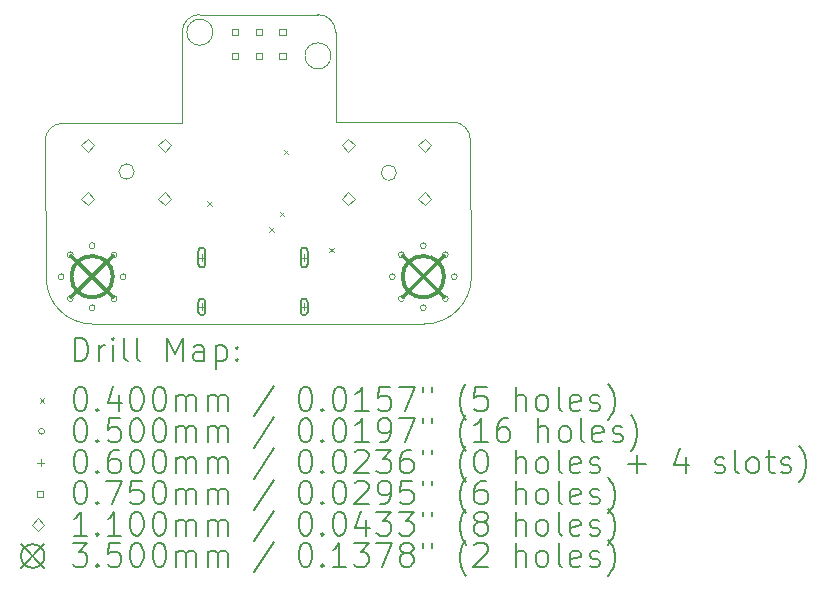
<source format=gbr>
%TF.GenerationSoftware,KiCad,Pcbnew,(6.0.10)*%
%TF.CreationDate,2023-07-05T14:15:24+02:00*%
%TF.ProjectId,USB-Tag,5553422d-5461-4672-9e6b-696361645f70,rev?*%
%TF.SameCoordinates,Original*%
%TF.FileFunction,Drillmap*%
%TF.FilePolarity,Positive*%
%FSLAX45Y45*%
G04 Gerber Fmt 4.5, Leading zero omitted, Abs format (unit mm)*
G04 Created by KiCad (PCBNEW (6.0.10)) date 2023-07-05 14:15:24*
%MOMM*%
%LPD*%
G01*
G04 APERTURE LIST*
%ADD10C,0.100000*%
%ADD11C,0.200000*%
%ADD12C,0.040000*%
%ADD13C,0.050000*%
%ADD14C,0.060000*%
%ADD15C,0.075000*%
%ADD16C,0.110000*%
%ADD17C,0.350000*%
G04 APERTURE END LIST*
D10*
X14970000Y-9170000D02*
X15960000Y-9170000D01*
X16120000Y-10480000D02*
X16110000Y-9320000D01*
X12660000Y-9180000D02*
X13670000Y-9180000D01*
X15485000Y-9600000D02*
G75*
G03*
X15485000Y-9600000I-65000J0D01*
G01*
X13930000Y-8410000D02*
G75*
G03*
X13930000Y-8410000I-110000J0D01*
G01*
X12660000Y-9180000D02*
G75*
G03*
X12510000Y-9330000I0J-150000D01*
G01*
X13820000Y-8260000D02*
X14820000Y-8260000D01*
X14930000Y-8610000D02*
G75*
G03*
X14930000Y-8610000I-110000J0D01*
G01*
X14970000Y-9170000D02*
X14970000Y-8410000D01*
X12520000Y-10490000D02*
G75*
G03*
X12910000Y-10880000I390000J0D01*
G01*
X13670000Y-9180000D02*
X13670000Y-8410000D01*
X13820000Y-8260000D02*
G75*
G03*
X13670000Y-8410000I0J-150000D01*
G01*
X13265000Y-9590000D02*
G75*
G03*
X13265000Y-9590000I-65000J0D01*
G01*
X12910000Y-10880000D02*
X15720000Y-10880000D01*
X12520000Y-10490000D02*
X12510000Y-9330000D01*
X15720000Y-10880000D02*
G75*
G03*
X16120000Y-10480000I0J400000D01*
G01*
X14970000Y-8410000D02*
G75*
G03*
X14820000Y-8260000I-150000J0D01*
G01*
X16110000Y-9320000D02*
G75*
G03*
X15960000Y-9170000I-150000J0D01*
G01*
D11*
D12*
X13880000Y-9840000D02*
X13920000Y-9880000D01*
X13920000Y-9840000D02*
X13880000Y-9880000D01*
X14405050Y-10062246D02*
X14445050Y-10102246D01*
X14445050Y-10062246D02*
X14405050Y-10102246D01*
X14495000Y-9930000D02*
X14535000Y-9970000D01*
X14535000Y-9930000D02*
X14495000Y-9970000D01*
X14530000Y-9405000D02*
X14570000Y-9445000D01*
X14570000Y-9405000D02*
X14530000Y-9445000D01*
X14914755Y-10232705D02*
X14954755Y-10272705D01*
X14954755Y-10232705D02*
X14914755Y-10272705D01*
D13*
X12670780Y-10480000D02*
G75*
G03*
X12670780Y-10480000I-25000J0D01*
G01*
X12747664Y-10294385D02*
G75*
G03*
X12747664Y-10294385I-25000J0D01*
G01*
X12747664Y-10665616D02*
G75*
G03*
X12747664Y-10665616I-25000J0D01*
G01*
X12933280Y-10217500D02*
G75*
G03*
X12933280Y-10217500I-25000J0D01*
G01*
X12933280Y-10742500D02*
G75*
G03*
X12933280Y-10742500I-25000J0D01*
G01*
X13118895Y-10294385D02*
G75*
G03*
X13118895Y-10294385I-25000J0D01*
G01*
X13118895Y-10665616D02*
G75*
G03*
X13118895Y-10665616I-25000J0D01*
G01*
X13195780Y-10480000D02*
G75*
G03*
X13195780Y-10480000I-25000J0D01*
G01*
X15474940Y-10480000D02*
G75*
G03*
X15474940Y-10480000I-25000J0D01*
G01*
X15551824Y-10294385D02*
G75*
G03*
X15551824Y-10294385I-25000J0D01*
G01*
X15551824Y-10665616D02*
G75*
G03*
X15551824Y-10665616I-25000J0D01*
G01*
X15737440Y-10217500D02*
G75*
G03*
X15737440Y-10217500I-25000J0D01*
G01*
X15737440Y-10742500D02*
G75*
G03*
X15737440Y-10742500I-25000J0D01*
G01*
X15923055Y-10294385D02*
G75*
G03*
X15923055Y-10294385I-25000J0D01*
G01*
X15923055Y-10665616D02*
G75*
G03*
X15923055Y-10665616I-25000J0D01*
G01*
X15999940Y-10480000D02*
G75*
G03*
X15999940Y-10480000I-25000J0D01*
G01*
D14*
X13837500Y-10288000D02*
X13837500Y-10348000D01*
X13807500Y-10318000D02*
X13867500Y-10318000D01*
D11*
X13807500Y-10263000D02*
X13807500Y-10373000D01*
X13867500Y-10263000D02*
X13867500Y-10373000D01*
X13807500Y-10373000D02*
G75*
G03*
X13867500Y-10373000I30000J0D01*
G01*
X13867500Y-10263000D02*
G75*
G03*
X13807500Y-10263000I-30000J0D01*
G01*
D14*
X13837500Y-10705000D02*
X13837500Y-10765000D01*
X13807500Y-10735000D02*
X13867500Y-10735000D01*
D11*
X13807500Y-10695000D02*
X13807500Y-10775000D01*
X13867500Y-10695000D02*
X13867500Y-10775000D01*
X13807500Y-10775000D02*
G75*
G03*
X13867500Y-10775000I30000J0D01*
G01*
X13867500Y-10695000D02*
G75*
G03*
X13807500Y-10695000I-30000J0D01*
G01*
D14*
X14702500Y-10288000D02*
X14702500Y-10348000D01*
X14672500Y-10318000D02*
X14732500Y-10318000D01*
D11*
X14672500Y-10263000D02*
X14672500Y-10373000D01*
X14732500Y-10263000D02*
X14732500Y-10373000D01*
X14672500Y-10373000D02*
G75*
G03*
X14732500Y-10373000I30000J0D01*
G01*
X14732500Y-10263000D02*
G75*
G03*
X14672500Y-10263000I-30000J0D01*
G01*
D14*
X14702500Y-10705000D02*
X14702500Y-10765000D01*
X14672500Y-10735000D02*
X14732500Y-10735000D01*
D11*
X14672500Y-10695000D02*
X14672500Y-10775000D01*
X14732500Y-10695000D02*
X14732500Y-10775000D01*
X14672500Y-10775000D02*
G75*
G03*
X14732500Y-10775000I30000J0D01*
G01*
X14732500Y-10695000D02*
G75*
G03*
X14672500Y-10695000I-30000J0D01*
G01*
D15*
X14146517Y-8436517D02*
X14146517Y-8383483D01*
X14093483Y-8383483D01*
X14093483Y-8436517D01*
X14146517Y-8436517D01*
X14146517Y-8636517D02*
X14146517Y-8583483D01*
X14093483Y-8583483D01*
X14093483Y-8636517D01*
X14146517Y-8636517D01*
X14346517Y-8436517D02*
X14346517Y-8383483D01*
X14293483Y-8383483D01*
X14293483Y-8436517D01*
X14346517Y-8436517D01*
X14346517Y-8636517D02*
X14346517Y-8583483D01*
X14293483Y-8583483D01*
X14293483Y-8636517D01*
X14346517Y-8636517D01*
X14546517Y-8436517D02*
X14546517Y-8383483D01*
X14493483Y-8383483D01*
X14493483Y-8436517D01*
X14546517Y-8436517D01*
X14546517Y-8636517D02*
X14546517Y-8583483D01*
X14493483Y-8583483D01*
X14493483Y-8636517D01*
X14546517Y-8636517D01*
D16*
X12872840Y-9423580D02*
X12927840Y-9368580D01*
X12872840Y-9313580D01*
X12817840Y-9368580D01*
X12872840Y-9423580D01*
X12872840Y-9873580D02*
X12927840Y-9818580D01*
X12872840Y-9763580D01*
X12817840Y-9818580D01*
X12872840Y-9873580D01*
X13522840Y-9423580D02*
X13577840Y-9368580D01*
X13522840Y-9313580D01*
X13467840Y-9368580D01*
X13522840Y-9423580D01*
X13522840Y-9873580D02*
X13577840Y-9818580D01*
X13522840Y-9763580D01*
X13467840Y-9818580D01*
X13522840Y-9873580D01*
X15075000Y-9423580D02*
X15130000Y-9368580D01*
X15075000Y-9313580D01*
X15020000Y-9368580D01*
X15075000Y-9423580D01*
X15075000Y-9873580D02*
X15130000Y-9818580D01*
X15075000Y-9763580D01*
X15020000Y-9818580D01*
X15075000Y-9873580D01*
X15725000Y-9423580D02*
X15780000Y-9368580D01*
X15725000Y-9313580D01*
X15670000Y-9368580D01*
X15725000Y-9423580D01*
X15725000Y-9873580D02*
X15780000Y-9818580D01*
X15725000Y-9763580D01*
X15670000Y-9818580D01*
X15725000Y-9873580D01*
D17*
X12733280Y-10305000D02*
X13083280Y-10655000D01*
X13083280Y-10305000D02*
X12733280Y-10655000D01*
X13083280Y-10480000D02*
G75*
G03*
X13083280Y-10480000I-175000J0D01*
G01*
X15537440Y-10305000D02*
X15887440Y-10655000D01*
X15887440Y-10305000D02*
X15537440Y-10655000D01*
X15887440Y-10480000D02*
G75*
G03*
X15887440Y-10480000I-175000J0D01*
G01*
D11*
X12762619Y-11195476D02*
X12762619Y-10995476D01*
X12810238Y-10995476D01*
X12838809Y-11005000D01*
X12857857Y-11024048D01*
X12867381Y-11043095D01*
X12876905Y-11081190D01*
X12876905Y-11109762D01*
X12867381Y-11147857D01*
X12857857Y-11166905D01*
X12838809Y-11185952D01*
X12810238Y-11195476D01*
X12762619Y-11195476D01*
X12962619Y-11195476D02*
X12962619Y-11062143D01*
X12962619Y-11100238D02*
X12972143Y-11081190D01*
X12981667Y-11071667D01*
X13000714Y-11062143D01*
X13019762Y-11062143D01*
X13086428Y-11195476D02*
X13086428Y-11062143D01*
X13086428Y-10995476D02*
X13076905Y-11005000D01*
X13086428Y-11014524D01*
X13095952Y-11005000D01*
X13086428Y-10995476D01*
X13086428Y-11014524D01*
X13210238Y-11195476D02*
X13191190Y-11185952D01*
X13181667Y-11166905D01*
X13181667Y-10995476D01*
X13315000Y-11195476D02*
X13295952Y-11185952D01*
X13286428Y-11166905D01*
X13286428Y-10995476D01*
X13543571Y-11195476D02*
X13543571Y-10995476D01*
X13610238Y-11138333D01*
X13676905Y-10995476D01*
X13676905Y-11195476D01*
X13857857Y-11195476D02*
X13857857Y-11090714D01*
X13848333Y-11071667D01*
X13829286Y-11062143D01*
X13791190Y-11062143D01*
X13772143Y-11071667D01*
X13857857Y-11185952D02*
X13838809Y-11195476D01*
X13791190Y-11195476D01*
X13772143Y-11185952D01*
X13762619Y-11166905D01*
X13762619Y-11147857D01*
X13772143Y-11128810D01*
X13791190Y-11119286D01*
X13838809Y-11119286D01*
X13857857Y-11109762D01*
X13953095Y-11062143D02*
X13953095Y-11262143D01*
X13953095Y-11071667D02*
X13972143Y-11062143D01*
X14010238Y-11062143D01*
X14029286Y-11071667D01*
X14038809Y-11081190D01*
X14048333Y-11100238D01*
X14048333Y-11157381D01*
X14038809Y-11176429D01*
X14029286Y-11185952D01*
X14010238Y-11195476D01*
X13972143Y-11195476D01*
X13953095Y-11185952D01*
X14134048Y-11176429D02*
X14143571Y-11185952D01*
X14134048Y-11195476D01*
X14124524Y-11185952D01*
X14134048Y-11176429D01*
X14134048Y-11195476D01*
X14134048Y-11071667D02*
X14143571Y-11081190D01*
X14134048Y-11090714D01*
X14124524Y-11081190D01*
X14134048Y-11071667D01*
X14134048Y-11090714D01*
D12*
X12465000Y-11505000D02*
X12505000Y-11545000D01*
X12505000Y-11505000D02*
X12465000Y-11545000D01*
D11*
X12800714Y-11415476D02*
X12819762Y-11415476D01*
X12838809Y-11425000D01*
X12848333Y-11434524D01*
X12857857Y-11453571D01*
X12867381Y-11491667D01*
X12867381Y-11539286D01*
X12857857Y-11577381D01*
X12848333Y-11596428D01*
X12838809Y-11605952D01*
X12819762Y-11615476D01*
X12800714Y-11615476D01*
X12781667Y-11605952D01*
X12772143Y-11596428D01*
X12762619Y-11577381D01*
X12753095Y-11539286D01*
X12753095Y-11491667D01*
X12762619Y-11453571D01*
X12772143Y-11434524D01*
X12781667Y-11425000D01*
X12800714Y-11415476D01*
X12953095Y-11596428D02*
X12962619Y-11605952D01*
X12953095Y-11615476D01*
X12943571Y-11605952D01*
X12953095Y-11596428D01*
X12953095Y-11615476D01*
X13134048Y-11482143D02*
X13134048Y-11615476D01*
X13086428Y-11405952D02*
X13038809Y-11548809D01*
X13162619Y-11548809D01*
X13276905Y-11415476D02*
X13295952Y-11415476D01*
X13315000Y-11425000D01*
X13324524Y-11434524D01*
X13334048Y-11453571D01*
X13343571Y-11491667D01*
X13343571Y-11539286D01*
X13334048Y-11577381D01*
X13324524Y-11596428D01*
X13315000Y-11605952D01*
X13295952Y-11615476D01*
X13276905Y-11615476D01*
X13257857Y-11605952D01*
X13248333Y-11596428D01*
X13238809Y-11577381D01*
X13229286Y-11539286D01*
X13229286Y-11491667D01*
X13238809Y-11453571D01*
X13248333Y-11434524D01*
X13257857Y-11425000D01*
X13276905Y-11415476D01*
X13467381Y-11415476D02*
X13486428Y-11415476D01*
X13505476Y-11425000D01*
X13515000Y-11434524D01*
X13524524Y-11453571D01*
X13534048Y-11491667D01*
X13534048Y-11539286D01*
X13524524Y-11577381D01*
X13515000Y-11596428D01*
X13505476Y-11605952D01*
X13486428Y-11615476D01*
X13467381Y-11615476D01*
X13448333Y-11605952D01*
X13438809Y-11596428D01*
X13429286Y-11577381D01*
X13419762Y-11539286D01*
X13419762Y-11491667D01*
X13429286Y-11453571D01*
X13438809Y-11434524D01*
X13448333Y-11425000D01*
X13467381Y-11415476D01*
X13619762Y-11615476D02*
X13619762Y-11482143D01*
X13619762Y-11501190D02*
X13629286Y-11491667D01*
X13648333Y-11482143D01*
X13676905Y-11482143D01*
X13695952Y-11491667D01*
X13705476Y-11510714D01*
X13705476Y-11615476D01*
X13705476Y-11510714D02*
X13715000Y-11491667D01*
X13734048Y-11482143D01*
X13762619Y-11482143D01*
X13781667Y-11491667D01*
X13791190Y-11510714D01*
X13791190Y-11615476D01*
X13886428Y-11615476D02*
X13886428Y-11482143D01*
X13886428Y-11501190D02*
X13895952Y-11491667D01*
X13915000Y-11482143D01*
X13943571Y-11482143D01*
X13962619Y-11491667D01*
X13972143Y-11510714D01*
X13972143Y-11615476D01*
X13972143Y-11510714D02*
X13981667Y-11491667D01*
X14000714Y-11482143D01*
X14029286Y-11482143D01*
X14048333Y-11491667D01*
X14057857Y-11510714D01*
X14057857Y-11615476D01*
X14448333Y-11405952D02*
X14276905Y-11663095D01*
X14705476Y-11415476D02*
X14724524Y-11415476D01*
X14743571Y-11425000D01*
X14753095Y-11434524D01*
X14762619Y-11453571D01*
X14772143Y-11491667D01*
X14772143Y-11539286D01*
X14762619Y-11577381D01*
X14753095Y-11596428D01*
X14743571Y-11605952D01*
X14724524Y-11615476D01*
X14705476Y-11615476D01*
X14686428Y-11605952D01*
X14676905Y-11596428D01*
X14667381Y-11577381D01*
X14657857Y-11539286D01*
X14657857Y-11491667D01*
X14667381Y-11453571D01*
X14676905Y-11434524D01*
X14686428Y-11425000D01*
X14705476Y-11415476D01*
X14857857Y-11596428D02*
X14867381Y-11605952D01*
X14857857Y-11615476D01*
X14848333Y-11605952D01*
X14857857Y-11596428D01*
X14857857Y-11615476D01*
X14991190Y-11415476D02*
X15010238Y-11415476D01*
X15029286Y-11425000D01*
X15038809Y-11434524D01*
X15048333Y-11453571D01*
X15057857Y-11491667D01*
X15057857Y-11539286D01*
X15048333Y-11577381D01*
X15038809Y-11596428D01*
X15029286Y-11605952D01*
X15010238Y-11615476D01*
X14991190Y-11615476D01*
X14972143Y-11605952D01*
X14962619Y-11596428D01*
X14953095Y-11577381D01*
X14943571Y-11539286D01*
X14943571Y-11491667D01*
X14953095Y-11453571D01*
X14962619Y-11434524D01*
X14972143Y-11425000D01*
X14991190Y-11415476D01*
X15248333Y-11615476D02*
X15134048Y-11615476D01*
X15191190Y-11615476D02*
X15191190Y-11415476D01*
X15172143Y-11444048D01*
X15153095Y-11463095D01*
X15134048Y-11472619D01*
X15429286Y-11415476D02*
X15334048Y-11415476D01*
X15324524Y-11510714D01*
X15334048Y-11501190D01*
X15353095Y-11491667D01*
X15400714Y-11491667D01*
X15419762Y-11501190D01*
X15429286Y-11510714D01*
X15438809Y-11529762D01*
X15438809Y-11577381D01*
X15429286Y-11596428D01*
X15419762Y-11605952D01*
X15400714Y-11615476D01*
X15353095Y-11615476D01*
X15334048Y-11605952D01*
X15324524Y-11596428D01*
X15505476Y-11415476D02*
X15638809Y-11415476D01*
X15553095Y-11615476D01*
X15705476Y-11415476D02*
X15705476Y-11453571D01*
X15781667Y-11415476D02*
X15781667Y-11453571D01*
X16076905Y-11691667D02*
X16067381Y-11682143D01*
X16048333Y-11653571D01*
X16038809Y-11634524D01*
X16029286Y-11605952D01*
X16019762Y-11558333D01*
X16019762Y-11520238D01*
X16029286Y-11472619D01*
X16038809Y-11444048D01*
X16048333Y-11425000D01*
X16067381Y-11396428D01*
X16076905Y-11386905D01*
X16248333Y-11415476D02*
X16153095Y-11415476D01*
X16143571Y-11510714D01*
X16153095Y-11501190D01*
X16172143Y-11491667D01*
X16219762Y-11491667D01*
X16238809Y-11501190D01*
X16248333Y-11510714D01*
X16257857Y-11529762D01*
X16257857Y-11577381D01*
X16248333Y-11596428D01*
X16238809Y-11605952D01*
X16219762Y-11615476D01*
X16172143Y-11615476D01*
X16153095Y-11605952D01*
X16143571Y-11596428D01*
X16495952Y-11615476D02*
X16495952Y-11415476D01*
X16581667Y-11615476D02*
X16581667Y-11510714D01*
X16572143Y-11491667D01*
X16553095Y-11482143D01*
X16524524Y-11482143D01*
X16505476Y-11491667D01*
X16495952Y-11501190D01*
X16705476Y-11615476D02*
X16686428Y-11605952D01*
X16676905Y-11596428D01*
X16667381Y-11577381D01*
X16667381Y-11520238D01*
X16676905Y-11501190D01*
X16686428Y-11491667D01*
X16705476Y-11482143D01*
X16734048Y-11482143D01*
X16753095Y-11491667D01*
X16762619Y-11501190D01*
X16772143Y-11520238D01*
X16772143Y-11577381D01*
X16762619Y-11596428D01*
X16753095Y-11605952D01*
X16734048Y-11615476D01*
X16705476Y-11615476D01*
X16886429Y-11615476D02*
X16867381Y-11605952D01*
X16857857Y-11586905D01*
X16857857Y-11415476D01*
X17038810Y-11605952D02*
X17019762Y-11615476D01*
X16981667Y-11615476D01*
X16962619Y-11605952D01*
X16953095Y-11586905D01*
X16953095Y-11510714D01*
X16962619Y-11491667D01*
X16981667Y-11482143D01*
X17019762Y-11482143D01*
X17038810Y-11491667D01*
X17048333Y-11510714D01*
X17048333Y-11529762D01*
X16953095Y-11548809D01*
X17124524Y-11605952D02*
X17143571Y-11615476D01*
X17181667Y-11615476D01*
X17200714Y-11605952D01*
X17210238Y-11586905D01*
X17210238Y-11577381D01*
X17200714Y-11558333D01*
X17181667Y-11548809D01*
X17153095Y-11548809D01*
X17134048Y-11539286D01*
X17124524Y-11520238D01*
X17124524Y-11510714D01*
X17134048Y-11491667D01*
X17153095Y-11482143D01*
X17181667Y-11482143D01*
X17200714Y-11491667D01*
X17276905Y-11691667D02*
X17286429Y-11682143D01*
X17305476Y-11653571D01*
X17315000Y-11634524D01*
X17324524Y-11605952D01*
X17334048Y-11558333D01*
X17334048Y-11520238D01*
X17324524Y-11472619D01*
X17315000Y-11444048D01*
X17305476Y-11425000D01*
X17286429Y-11396428D01*
X17276905Y-11386905D01*
D13*
X12505000Y-11789000D02*
G75*
G03*
X12505000Y-11789000I-25000J0D01*
G01*
D11*
X12800714Y-11679476D02*
X12819762Y-11679476D01*
X12838809Y-11689000D01*
X12848333Y-11698524D01*
X12857857Y-11717571D01*
X12867381Y-11755667D01*
X12867381Y-11803286D01*
X12857857Y-11841381D01*
X12848333Y-11860428D01*
X12838809Y-11869952D01*
X12819762Y-11879476D01*
X12800714Y-11879476D01*
X12781667Y-11869952D01*
X12772143Y-11860428D01*
X12762619Y-11841381D01*
X12753095Y-11803286D01*
X12753095Y-11755667D01*
X12762619Y-11717571D01*
X12772143Y-11698524D01*
X12781667Y-11689000D01*
X12800714Y-11679476D01*
X12953095Y-11860428D02*
X12962619Y-11869952D01*
X12953095Y-11879476D01*
X12943571Y-11869952D01*
X12953095Y-11860428D01*
X12953095Y-11879476D01*
X13143571Y-11679476D02*
X13048333Y-11679476D01*
X13038809Y-11774714D01*
X13048333Y-11765190D01*
X13067381Y-11755667D01*
X13115000Y-11755667D01*
X13134048Y-11765190D01*
X13143571Y-11774714D01*
X13153095Y-11793762D01*
X13153095Y-11841381D01*
X13143571Y-11860428D01*
X13134048Y-11869952D01*
X13115000Y-11879476D01*
X13067381Y-11879476D01*
X13048333Y-11869952D01*
X13038809Y-11860428D01*
X13276905Y-11679476D02*
X13295952Y-11679476D01*
X13315000Y-11689000D01*
X13324524Y-11698524D01*
X13334048Y-11717571D01*
X13343571Y-11755667D01*
X13343571Y-11803286D01*
X13334048Y-11841381D01*
X13324524Y-11860428D01*
X13315000Y-11869952D01*
X13295952Y-11879476D01*
X13276905Y-11879476D01*
X13257857Y-11869952D01*
X13248333Y-11860428D01*
X13238809Y-11841381D01*
X13229286Y-11803286D01*
X13229286Y-11755667D01*
X13238809Y-11717571D01*
X13248333Y-11698524D01*
X13257857Y-11689000D01*
X13276905Y-11679476D01*
X13467381Y-11679476D02*
X13486428Y-11679476D01*
X13505476Y-11689000D01*
X13515000Y-11698524D01*
X13524524Y-11717571D01*
X13534048Y-11755667D01*
X13534048Y-11803286D01*
X13524524Y-11841381D01*
X13515000Y-11860428D01*
X13505476Y-11869952D01*
X13486428Y-11879476D01*
X13467381Y-11879476D01*
X13448333Y-11869952D01*
X13438809Y-11860428D01*
X13429286Y-11841381D01*
X13419762Y-11803286D01*
X13419762Y-11755667D01*
X13429286Y-11717571D01*
X13438809Y-11698524D01*
X13448333Y-11689000D01*
X13467381Y-11679476D01*
X13619762Y-11879476D02*
X13619762Y-11746143D01*
X13619762Y-11765190D02*
X13629286Y-11755667D01*
X13648333Y-11746143D01*
X13676905Y-11746143D01*
X13695952Y-11755667D01*
X13705476Y-11774714D01*
X13705476Y-11879476D01*
X13705476Y-11774714D02*
X13715000Y-11755667D01*
X13734048Y-11746143D01*
X13762619Y-11746143D01*
X13781667Y-11755667D01*
X13791190Y-11774714D01*
X13791190Y-11879476D01*
X13886428Y-11879476D02*
X13886428Y-11746143D01*
X13886428Y-11765190D02*
X13895952Y-11755667D01*
X13915000Y-11746143D01*
X13943571Y-11746143D01*
X13962619Y-11755667D01*
X13972143Y-11774714D01*
X13972143Y-11879476D01*
X13972143Y-11774714D02*
X13981667Y-11755667D01*
X14000714Y-11746143D01*
X14029286Y-11746143D01*
X14048333Y-11755667D01*
X14057857Y-11774714D01*
X14057857Y-11879476D01*
X14448333Y-11669952D02*
X14276905Y-11927095D01*
X14705476Y-11679476D02*
X14724524Y-11679476D01*
X14743571Y-11689000D01*
X14753095Y-11698524D01*
X14762619Y-11717571D01*
X14772143Y-11755667D01*
X14772143Y-11803286D01*
X14762619Y-11841381D01*
X14753095Y-11860428D01*
X14743571Y-11869952D01*
X14724524Y-11879476D01*
X14705476Y-11879476D01*
X14686428Y-11869952D01*
X14676905Y-11860428D01*
X14667381Y-11841381D01*
X14657857Y-11803286D01*
X14657857Y-11755667D01*
X14667381Y-11717571D01*
X14676905Y-11698524D01*
X14686428Y-11689000D01*
X14705476Y-11679476D01*
X14857857Y-11860428D02*
X14867381Y-11869952D01*
X14857857Y-11879476D01*
X14848333Y-11869952D01*
X14857857Y-11860428D01*
X14857857Y-11879476D01*
X14991190Y-11679476D02*
X15010238Y-11679476D01*
X15029286Y-11689000D01*
X15038809Y-11698524D01*
X15048333Y-11717571D01*
X15057857Y-11755667D01*
X15057857Y-11803286D01*
X15048333Y-11841381D01*
X15038809Y-11860428D01*
X15029286Y-11869952D01*
X15010238Y-11879476D01*
X14991190Y-11879476D01*
X14972143Y-11869952D01*
X14962619Y-11860428D01*
X14953095Y-11841381D01*
X14943571Y-11803286D01*
X14943571Y-11755667D01*
X14953095Y-11717571D01*
X14962619Y-11698524D01*
X14972143Y-11689000D01*
X14991190Y-11679476D01*
X15248333Y-11879476D02*
X15134048Y-11879476D01*
X15191190Y-11879476D02*
X15191190Y-11679476D01*
X15172143Y-11708048D01*
X15153095Y-11727095D01*
X15134048Y-11736619D01*
X15343571Y-11879476D02*
X15381667Y-11879476D01*
X15400714Y-11869952D01*
X15410238Y-11860428D01*
X15429286Y-11831857D01*
X15438809Y-11793762D01*
X15438809Y-11717571D01*
X15429286Y-11698524D01*
X15419762Y-11689000D01*
X15400714Y-11679476D01*
X15362619Y-11679476D01*
X15343571Y-11689000D01*
X15334048Y-11698524D01*
X15324524Y-11717571D01*
X15324524Y-11765190D01*
X15334048Y-11784238D01*
X15343571Y-11793762D01*
X15362619Y-11803286D01*
X15400714Y-11803286D01*
X15419762Y-11793762D01*
X15429286Y-11784238D01*
X15438809Y-11765190D01*
X15505476Y-11679476D02*
X15638809Y-11679476D01*
X15553095Y-11879476D01*
X15705476Y-11679476D02*
X15705476Y-11717571D01*
X15781667Y-11679476D02*
X15781667Y-11717571D01*
X16076905Y-11955667D02*
X16067381Y-11946143D01*
X16048333Y-11917571D01*
X16038809Y-11898524D01*
X16029286Y-11869952D01*
X16019762Y-11822333D01*
X16019762Y-11784238D01*
X16029286Y-11736619D01*
X16038809Y-11708048D01*
X16048333Y-11689000D01*
X16067381Y-11660428D01*
X16076905Y-11650905D01*
X16257857Y-11879476D02*
X16143571Y-11879476D01*
X16200714Y-11879476D02*
X16200714Y-11679476D01*
X16181667Y-11708048D01*
X16162619Y-11727095D01*
X16143571Y-11736619D01*
X16429286Y-11679476D02*
X16391190Y-11679476D01*
X16372143Y-11689000D01*
X16362619Y-11698524D01*
X16343571Y-11727095D01*
X16334048Y-11765190D01*
X16334048Y-11841381D01*
X16343571Y-11860428D01*
X16353095Y-11869952D01*
X16372143Y-11879476D01*
X16410238Y-11879476D01*
X16429286Y-11869952D01*
X16438809Y-11860428D01*
X16448333Y-11841381D01*
X16448333Y-11793762D01*
X16438809Y-11774714D01*
X16429286Y-11765190D01*
X16410238Y-11755667D01*
X16372143Y-11755667D01*
X16353095Y-11765190D01*
X16343571Y-11774714D01*
X16334048Y-11793762D01*
X16686428Y-11879476D02*
X16686428Y-11679476D01*
X16772143Y-11879476D02*
X16772143Y-11774714D01*
X16762619Y-11755667D01*
X16743571Y-11746143D01*
X16715000Y-11746143D01*
X16695952Y-11755667D01*
X16686428Y-11765190D01*
X16895952Y-11879476D02*
X16876905Y-11869952D01*
X16867381Y-11860428D01*
X16857857Y-11841381D01*
X16857857Y-11784238D01*
X16867381Y-11765190D01*
X16876905Y-11755667D01*
X16895952Y-11746143D01*
X16924524Y-11746143D01*
X16943571Y-11755667D01*
X16953095Y-11765190D01*
X16962619Y-11784238D01*
X16962619Y-11841381D01*
X16953095Y-11860428D01*
X16943571Y-11869952D01*
X16924524Y-11879476D01*
X16895952Y-11879476D01*
X17076905Y-11879476D02*
X17057857Y-11869952D01*
X17048333Y-11850905D01*
X17048333Y-11679476D01*
X17229286Y-11869952D02*
X17210238Y-11879476D01*
X17172143Y-11879476D01*
X17153095Y-11869952D01*
X17143571Y-11850905D01*
X17143571Y-11774714D01*
X17153095Y-11755667D01*
X17172143Y-11746143D01*
X17210238Y-11746143D01*
X17229286Y-11755667D01*
X17238810Y-11774714D01*
X17238810Y-11793762D01*
X17143571Y-11812809D01*
X17315000Y-11869952D02*
X17334048Y-11879476D01*
X17372143Y-11879476D01*
X17391190Y-11869952D01*
X17400714Y-11850905D01*
X17400714Y-11841381D01*
X17391190Y-11822333D01*
X17372143Y-11812809D01*
X17343571Y-11812809D01*
X17324524Y-11803286D01*
X17315000Y-11784238D01*
X17315000Y-11774714D01*
X17324524Y-11755667D01*
X17343571Y-11746143D01*
X17372143Y-11746143D01*
X17391190Y-11755667D01*
X17467381Y-11955667D02*
X17476905Y-11946143D01*
X17495952Y-11917571D01*
X17505476Y-11898524D01*
X17515000Y-11869952D01*
X17524524Y-11822333D01*
X17524524Y-11784238D01*
X17515000Y-11736619D01*
X17505476Y-11708048D01*
X17495952Y-11689000D01*
X17476905Y-11660428D01*
X17467381Y-11650905D01*
D14*
X12475000Y-12023000D02*
X12475000Y-12083000D01*
X12445000Y-12053000D02*
X12505000Y-12053000D01*
D11*
X12800714Y-11943476D02*
X12819762Y-11943476D01*
X12838809Y-11953000D01*
X12848333Y-11962524D01*
X12857857Y-11981571D01*
X12867381Y-12019667D01*
X12867381Y-12067286D01*
X12857857Y-12105381D01*
X12848333Y-12124428D01*
X12838809Y-12133952D01*
X12819762Y-12143476D01*
X12800714Y-12143476D01*
X12781667Y-12133952D01*
X12772143Y-12124428D01*
X12762619Y-12105381D01*
X12753095Y-12067286D01*
X12753095Y-12019667D01*
X12762619Y-11981571D01*
X12772143Y-11962524D01*
X12781667Y-11953000D01*
X12800714Y-11943476D01*
X12953095Y-12124428D02*
X12962619Y-12133952D01*
X12953095Y-12143476D01*
X12943571Y-12133952D01*
X12953095Y-12124428D01*
X12953095Y-12143476D01*
X13134048Y-11943476D02*
X13095952Y-11943476D01*
X13076905Y-11953000D01*
X13067381Y-11962524D01*
X13048333Y-11991095D01*
X13038809Y-12029190D01*
X13038809Y-12105381D01*
X13048333Y-12124428D01*
X13057857Y-12133952D01*
X13076905Y-12143476D01*
X13115000Y-12143476D01*
X13134048Y-12133952D01*
X13143571Y-12124428D01*
X13153095Y-12105381D01*
X13153095Y-12057762D01*
X13143571Y-12038714D01*
X13134048Y-12029190D01*
X13115000Y-12019667D01*
X13076905Y-12019667D01*
X13057857Y-12029190D01*
X13048333Y-12038714D01*
X13038809Y-12057762D01*
X13276905Y-11943476D02*
X13295952Y-11943476D01*
X13315000Y-11953000D01*
X13324524Y-11962524D01*
X13334048Y-11981571D01*
X13343571Y-12019667D01*
X13343571Y-12067286D01*
X13334048Y-12105381D01*
X13324524Y-12124428D01*
X13315000Y-12133952D01*
X13295952Y-12143476D01*
X13276905Y-12143476D01*
X13257857Y-12133952D01*
X13248333Y-12124428D01*
X13238809Y-12105381D01*
X13229286Y-12067286D01*
X13229286Y-12019667D01*
X13238809Y-11981571D01*
X13248333Y-11962524D01*
X13257857Y-11953000D01*
X13276905Y-11943476D01*
X13467381Y-11943476D02*
X13486428Y-11943476D01*
X13505476Y-11953000D01*
X13515000Y-11962524D01*
X13524524Y-11981571D01*
X13534048Y-12019667D01*
X13534048Y-12067286D01*
X13524524Y-12105381D01*
X13515000Y-12124428D01*
X13505476Y-12133952D01*
X13486428Y-12143476D01*
X13467381Y-12143476D01*
X13448333Y-12133952D01*
X13438809Y-12124428D01*
X13429286Y-12105381D01*
X13419762Y-12067286D01*
X13419762Y-12019667D01*
X13429286Y-11981571D01*
X13438809Y-11962524D01*
X13448333Y-11953000D01*
X13467381Y-11943476D01*
X13619762Y-12143476D02*
X13619762Y-12010143D01*
X13619762Y-12029190D02*
X13629286Y-12019667D01*
X13648333Y-12010143D01*
X13676905Y-12010143D01*
X13695952Y-12019667D01*
X13705476Y-12038714D01*
X13705476Y-12143476D01*
X13705476Y-12038714D02*
X13715000Y-12019667D01*
X13734048Y-12010143D01*
X13762619Y-12010143D01*
X13781667Y-12019667D01*
X13791190Y-12038714D01*
X13791190Y-12143476D01*
X13886428Y-12143476D02*
X13886428Y-12010143D01*
X13886428Y-12029190D02*
X13895952Y-12019667D01*
X13915000Y-12010143D01*
X13943571Y-12010143D01*
X13962619Y-12019667D01*
X13972143Y-12038714D01*
X13972143Y-12143476D01*
X13972143Y-12038714D02*
X13981667Y-12019667D01*
X14000714Y-12010143D01*
X14029286Y-12010143D01*
X14048333Y-12019667D01*
X14057857Y-12038714D01*
X14057857Y-12143476D01*
X14448333Y-11933952D02*
X14276905Y-12191095D01*
X14705476Y-11943476D02*
X14724524Y-11943476D01*
X14743571Y-11953000D01*
X14753095Y-11962524D01*
X14762619Y-11981571D01*
X14772143Y-12019667D01*
X14772143Y-12067286D01*
X14762619Y-12105381D01*
X14753095Y-12124428D01*
X14743571Y-12133952D01*
X14724524Y-12143476D01*
X14705476Y-12143476D01*
X14686428Y-12133952D01*
X14676905Y-12124428D01*
X14667381Y-12105381D01*
X14657857Y-12067286D01*
X14657857Y-12019667D01*
X14667381Y-11981571D01*
X14676905Y-11962524D01*
X14686428Y-11953000D01*
X14705476Y-11943476D01*
X14857857Y-12124428D02*
X14867381Y-12133952D01*
X14857857Y-12143476D01*
X14848333Y-12133952D01*
X14857857Y-12124428D01*
X14857857Y-12143476D01*
X14991190Y-11943476D02*
X15010238Y-11943476D01*
X15029286Y-11953000D01*
X15038809Y-11962524D01*
X15048333Y-11981571D01*
X15057857Y-12019667D01*
X15057857Y-12067286D01*
X15048333Y-12105381D01*
X15038809Y-12124428D01*
X15029286Y-12133952D01*
X15010238Y-12143476D01*
X14991190Y-12143476D01*
X14972143Y-12133952D01*
X14962619Y-12124428D01*
X14953095Y-12105381D01*
X14943571Y-12067286D01*
X14943571Y-12019667D01*
X14953095Y-11981571D01*
X14962619Y-11962524D01*
X14972143Y-11953000D01*
X14991190Y-11943476D01*
X15134048Y-11962524D02*
X15143571Y-11953000D01*
X15162619Y-11943476D01*
X15210238Y-11943476D01*
X15229286Y-11953000D01*
X15238809Y-11962524D01*
X15248333Y-11981571D01*
X15248333Y-12000619D01*
X15238809Y-12029190D01*
X15124524Y-12143476D01*
X15248333Y-12143476D01*
X15315000Y-11943476D02*
X15438809Y-11943476D01*
X15372143Y-12019667D01*
X15400714Y-12019667D01*
X15419762Y-12029190D01*
X15429286Y-12038714D01*
X15438809Y-12057762D01*
X15438809Y-12105381D01*
X15429286Y-12124428D01*
X15419762Y-12133952D01*
X15400714Y-12143476D01*
X15343571Y-12143476D01*
X15324524Y-12133952D01*
X15315000Y-12124428D01*
X15610238Y-11943476D02*
X15572143Y-11943476D01*
X15553095Y-11953000D01*
X15543571Y-11962524D01*
X15524524Y-11991095D01*
X15515000Y-12029190D01*
X15515000Y-12105381D01*
X15524524Y-12124428D01*
X15534048Y-12133952D01*
X15553095Y-12143476D01*
X15591190Y-12143476D01*
X15610238Y-12133952D01*
X15619762Y-12124428D01*
X15629286Y-12105381D01*
X15629286Y-12057762D01*
X15619762Y-12038714D01*
X15610238Y-12029190D01*
X15591190Y-12019667D01*
X15553095Y-12019667D01*
X15534048Y-12029190D01*
X15524524Y-12038714D01*
X15515000Y-12057762D01*
X15705476Y-11943476D02*
X15705476Y-11981571D01*
X15781667Y-11943476D02*
X15781667Y-11981571D01*
X16076905Y-12219667D02*
X16067381Y-12210143D01*
X16048333Y-12181571D01*
X16038809Y-12162524D01*
X16029286Y-12133952D01*
X16019762Y-12086333D01*
X16019762Y-12048238D01*
X16029286Y-12000619D01*
X16038809Y-11972048D01*
X16048333Y-11953000D01*
X16067381Y-11924428D01*
X16076905Y-11914905D01*
X16191190Y-11943476D02*
X16210238Y-11943476D01*
X16229286Y-11953000D01*
X16238809Y-11962524D01*
X16248333Y-11981571D01*
X16257857Y-12019667D01*
X16257857Y-12067286D01*
X16248333Y-12105381D01*
X16238809Y-12124428D01*
X16229286Y-12133952D01*
X16210238Y-12143476D01*
X16191190Y-12143476D01*
X16172143Y-12133952D01*
X16162619Y-12124428D01*
X16153095Y-12105381D01*
X16143571Y-12067286D01*
X16143571Y-12019667D01*
X16153095Y-11981571D01*
X16162619Y-11962524D01*
X16172143Y-11953000D01*
X16191190Y-11943476D01*
X16495952Y-12143476D02*
X16495952Y-11943476D01*
X16581667Y-12143476D02*
X16581667Y-12038714D01*
X16572143Y-12019667D01*
X16553095Y-12010143D01*
X16524524Y-12010143D01*
X16505476Y-12019667D01*
X16495952Y-12029190D01*
X16705476Y-12143476D02*
X16686428Y-12133952D01*
X16676905Y-12124428D01*
X16667381Y-12105381D01*
X16667381Y-12048238D01*
X16676905Y-12029190D01*
X16686428Y-12019667D01*
X16705476Y-12010143D01*
X16734048Y-12010143D01*
X16753095Y-12019667D01*
X16762619Y-12029190D01*
X16772143Y-12048238D01*
X16772143Y-12105381D01*
X16762619Y-12124428D01*
X16753095Y-12133952D01*
X16734048Y-12143476D01*
X16705476Y-12143476D01*
X16886429Y-12143476D02*
X16867381Y-12133952D01*
X16857857Y-12114905D01*
X16857857Y-11943476D01*
X17038810Y-12133952D02*
X17019762Y-12143476D01*
X16981667Y-12143476D01*
X16962619Y-12133952D01*
X16953095Y-12114905D01*
X16953095Y-12038714D01*
X16962619Y-12019667D01*
X16981667Y-12010143D01*
X17019762Y-12010143D01*
X17038810Y-12019667D01*
X17048333Y-12038714D01*
X17048333Y-12057762D01*
X16953095Y-12076809D01*
X17124524Y-12133952D02*
X17143571Y-12143476D01*
X17181667Y-12143476D01*
X17200714Y-12133952D01*
X17210238Y-12114905D01*
X17210238Y-12105381D01*
X17200714Y-12086333D01*
X17181667Y-12076809D01*
X17153095Y-12076809D01*
X17134048Y-12067286D01*
X17124524Y-12048238D01*
X17124524Y-12038714D01*
X17134048Y-12019667D01*
X17153095Y-12010143D01*
X17181667Y-12010143D01*
X17200714Y-12019667D01*
X17448333Y-12067286D02*
X17600714Y-12067286D01*
X17524524Y-12143476D02*
X17524524Y-11991095D01*
X17934048Y-12010143D02*
X17934048Y-12143476D01*
X17886429Y-11933952D02*
X17838810Y-12076809D01*
X17962619Y-12076809D01*
X18181667Y-12133952D02*
X18200714Y-12143476D01*
X18238810Y-12143476D01*
X18257857Y-12133952D01*
X18267381Y-12114905D01*
X18267381Y-12105381D01*
X18257857Y-12086333D01*
X18238810Y-12076809D01*
X18210238Y-12076809D01*
X18191190Y-12067286D01*
X18181667Y-12048238D01*
X18181667Y-12038714D01*
X18191190Y-12019667D01*
X18210238Y-12010143D01*
X18238810Y-12010143D01*
X18257857Y-12019667D01*
X18381667Y-12143476D02*
X18362619Y-12133952D01*
X18353095Y-12114905D01*
X18353095Y-11943476D01*
X18486429Y-12143476D02*
X18467381Y-12133952D01*
X18457857Y-12124428D01*
X18448333Y-12105381D01*
X18448333Y-12048238D01*
X18457857Y-12029190D01*
X18467381Y-12019667D01*
X18486429Y-12010143D01*
X18515000Y-12010143D01*
X18534048Y-12019667D01*
X18543571Y-12029190D01*
X18553095Y-12048238D01*
X18553095Y-12105381D01*
X18543571Y-12124428D01*
X18534048Y-12133952D01*
X18515000Y-12143476D01*
X18486429Y-12143476D01*
X18610238Y-12010143D02*
X18686429Y-12010143D01*
X18638810Y-11943476D02*
X18638810Y-12114905D01*
X18648333Y-12133952D01*
X18667381Y-12143476D01*
X18686429Y-12143476D01*
X18743571Y-12133952D02*
X18762619Y-12143476D01*
X18800714Y-12143476D01*
X18819762Y-12133952D01*
X18829286Y-12114905D01*
X18829286Y-12105381D01*
X18819762Y-12086333D01*
X18800714Y-12076809D01*
X18772143Y-12076809D01*
X18753095Y-12067286D01*
X18743571Y-12048238D01*
X18743571Y-12038714D01*
X18753095Y-12019667D01*
X18772143Y-12010143D01*
X18800714Y-12010143D01*
X18819762Y-12019667D01*
X18895952Y-12219667D02*
X18905476Y-12210143D01*
X18924524Y-12181571D01*
X18934048Y-12162524D01*
X18943571Y-12133952D01*
X18953095Y-12086333D01*
X18953095Y-12048238D01*
X18943571Y-12000619D01*
X18934048Y-11972048D01*
X18924524Y-11953000D01*
X18905476Y-11924428D01*
X18895952Y-11914905D01*
D15*
X12494017Y-12343517D02*
X12494017Y-12290483D01*
X12440983Y-12290483D01*
X12440983Y-12343517D01*
X12494017Y-12343517D01*
D11*
X12800714Y-12207476D02*
X12819762Y-12207476D01*
X12838809Y-12217000D01*
X12848333Y-12226524D01*
X12857857Y-12245571D01*
X12867381Y-12283667D01*
X12867381Y-12331286D01*
X12857857Y-12369381D01*
X12848333Y-12388428D01*
X12838809Y-12397952D01*
X12819762Y-12407476D01*
X12800714Y-12407476D01*
X12781667Y-12397952D01*
X12772143Y-12388428D01*
X12762619Y-12369381D01*
X12753095Y-12331286D01*
X12753095Y-12283667D01*
X12762619Y-12245571D01*
X12772143Y-12226524D01*
X12781667Y-12217000D01*
X12800714Y-12207476D01*
X12953095Y-12388428D02*
X12962619Y-12397952D01*
X12953095Y-12407476D01*
X12943571Y-12397952D01*
X12953095Y-12388428D01*
X12953095Y-12407476D01*
X13029286Y-12207476D02*
X13162619Y-12207476D01*
X13076905Y-12407476D01*
X13334048Y-12207476D02*
X13238809Y-12207476D01*
X13229286Y-12302714D01*
X13238809Y-12293190D01*
X13257857Y-12283667D01*
X13305476Y-12283667D01*
X13324524Y-12293190D01*
X13334048Y-12302714D01*
X13343571Y-12321762D01*
X13343571Y-12369381D01*
X13334048Y-12388428D01*
X13324524Y-12397952D01*
X13305476Y-12407476D01*
X13257857Y-12407476D01*
X13238809Y-12397952D01*
X13229286Y-12388428D01*
X13467381Y-12207476D02*
X13486428Y-12207476D01*
X13505476Y-12217000D01*
X13515000Y-12226524D01*
X13524524Y-12245571D01*
X13534048Y-12283667D01*
X13534048Y-12331286D01*
X13524524Y-12369381D01*
X13515000Y-12388428D01*
X13505476Y-12397952D01*
X13486428Y-12407476D01*
X13467381Y-12407476D01*
X13448333Y-12397952D01*
X13438809Y-12388428D01*
X13429286Y-12369381D01*
X13419762Y-12331286D01*
X13419762Y-12283667D01*
X13429286Y-12245571D01*
X13438809Y-12226524D01*
X13448333Y-12217000D01*
X13467381Y-12207476D01*
X13619762Y-12407476D02*
X13619762Y-12274143D01*
X13619762Y-12293190D02*
X13629286Y-12283667D01*
X13648333Y-12274143D01*
X13676905Y-12274143D01*
X13695952Y-12283667D01*
X13705476Y-12302714D01*
X13705476Y-12407476D01*
X13705476Y-12302714D02*
X13715000Y-12283667D01*
X13734048Y-12274143D01*
X13762619Y-12274143D01*
X13781667Y-12283667D01*
X13791190Y-12302714D01*
X13791190Y-12407476D01*
X13886428Y-12407476D02*
X13886428Y-12274143D01*
X13886428Y-12293190D02*
X13895952Y-12283667D01*
X13915000Y-12274143D01*
X13943571Y-12274143D01*
X13962619Y-12283667D01*
X13972143Y-12302714D01*
X13972143Y-12407476D01*
X13972143Y-12302714D02*
X13981667Y-12283667D01*
X14000714Y-12274143D01*
X14029286Y-12274143D01*
X14048333Y-12283667D01*
X14057857Y-12302714D01*
X14057857Y-12407476D01*
X14448333Y-12197952D02*
X14276905Y-12455095D01*
X14705476Y-12207476D02*
X14724524Y-12207476D01*
X14743571Y-12217000D01*
X14753095Y-12226524D01*
X14762619Y-12245571D01*
X14772143Y-12283667D01*
X14772143Y-12331286D01*
X14762619Y-12369381D01*
X14753095Y-12388428D01*
X14743571Y-12397952D01*
X14724524Y-12407476D01*
X14705476Y-12407476D01*
X14686428Y-12397952D01*
X14676905Y-12388428D01*
X14667381Y-12369381D01*
X14657857Y-12331286D01*
X14657857Y-12283667D01*
X14667381Y-12245571D01*
X14676905Y-12226524D01*
X14686428Y-12217000D01*
X14705476Y-12207476D01*
X14857857Y-12388428D02*
X14867381Y-12397952D01*
X14857857Y-12407476D01*
X14848333Y-12397952D01*
X14857857Y-12388428D01*
X14857857Y-12407476D01*
X14991190Y-12207476D02*
X15010238Y-12207476D01*
X15029286Y-12217000D01*
X15038809Y-12226524D01*
X15048333Y-12245571D01*
X15057857Y-12283667D01*
X15057857Y-12331286D01*
X15048333Y-12369381D01*
X15038809Y-12388428D01*
X15029286Y-12397952D01*
X15010238Y-12407476D01*
X14991190Y-12407476D01*
X14972143Y-12397952D01*
X14962619Y-12388428D01*
X14953095Y-12369381D01*
X14943571Y-12331286D01*
X14943571Y-12283667D01*
X14953095Y-12245571D01*
X14962619Y-12226524D01*
X14972143Y-12217000D01*
X14991190Y-12207476D01*
X15134048Y-12226524D02*
X15143571Y-12217000D01*
X15162619Y-12207476D01*
X15210238Y-12207476D01*
X15229286Y-12217000D01*
X15238809Y-12226524D01*
X15248333Y-12245571D01*
X15248333Y-12264619D01*
X15238809Y-12293190D01*
X15124524Y-12407476D01*
X15248333Y-12407476D01*
X15343571Y-12407476D02*
X15381667Y-12407476D01*
X15400714Y-12397952D01*
X15410238Y-12388428D01*
X15429286Y-12359857D01*
X15438809Y-12321762D01*
X15438809Y-12245571D01*
X15429286Y-12226524D01*
X15419762Y-12217000D01*
X15400714Y-12207476D01*
X15362619Y-12207476D01*
X15343571Y-12217000D01*
X15334048Y-12226524D01*
X15324524Y-12245571D01*
X15324524Y-12293190D01*
X15334048Y-12312238D01*
X15343571Y-12321762D01*
X15362619Y-12331286D01*
X15400714Y-12331286D01*
X15419762Y-12321762D01*
X15429286Y-12312238D01*
X15438809Y-12293190D01*
X15619762Y-12207476D02*
X15524524Y-12207476D01*
X15515000Y-12302714D01*
X15524524Y-12293190D01*
X15543571Y-12283667D01*
X15591190Y-12283667D01*
X15610238Y-12293190D01*
X15619762Y-12302714D01*
X15629286Y-12321762D01*
X15629286Y-12369381D01*
X15619762Y-12388428D01*
X15610238Y-12397952D01*
X15591190Y-12407476D01*
X15543571Y-12407476D01*
X15524524Y-12397952D01*
X15515000Y-12388428D01*
X15705476Y-12207476D02*
X15705476Y-12245571D01*
X15781667Y-12207476D02*
X15781667Y-12245571D01*
X16076905Y-12483667D02*
X16067381Y-12474143D01*
X16048333Y-12445571D01*
X16038809Y-12426524D01*
X16029286Y-12397952D01*
X16019762Y-12350333D01*
X16019762Y-12312238D01*
X16029286Y-12264619D01*
X16038809Y-12236048D01*
X16048333Y-12217000D01*
X16067381Y-12188428D01*
X16076905Y-12178905D01*
X16238809Y-12207476D02*
X16200714Y-12207476D01*
X16181667Y-12217000D01*
X16172143Y-12226524D01*
X16153095Y-12255095D01*
X16143571Y-12293190D01*
X16143571Y-12369381D01*
X16153095Y-12388428D01*
X16162619Y-12397952D01*
X16181667Y-12407476D01*
X16219762Y-12407476D01*
X16238809Y-12397952D01*
X16248333Y-12388428D01*
X16257857Y-12369381D01*
X16257857Y-12321762D01*
X16248333Y-12302714D01*
X16238809Y-12293190D01*
X16219762Y-12283667D01*
X16181667Y-12283667D01*
X16162619Y-12293190D01*
X16153095Y-12302714D01*
X16143571Y-12321762D01*
X16495952Y-12407476D02*
X16495952Y-12207476D01*
X16581667Y-12407476D02*
X16581667Y-12302714D01*
X16572143Y-12283667D01*
X16553095Y-12274143D01*
X16524524Y-12274143D01*
X16505476Y-12283667D01*
X16495952Y-12293190D01*
X16705476Y-12407476D02*
X16686428Y-12397952D01*
X16676905Y-12388428D01*
X16667381Y-12369381D01*
X16667381Y-12312238D01*
X16676905Y-12293190D01*
X16686428Y-12283667D01*
X16705476Y-12274143D01*
X16734048Y-12274143D01*
X16753095Y-12283667D01*
X16762619Y-12293190D01*
X16772143Y-12312238D01*
X16772143Y-12369381D01*
X16762619Y-12388428D01*
X16753095Y-12397952D01*
X16734048Y-12407476D01*
X16705476Y-12407476D01*
X16886429Y-12407476D02*
X16867381Y-12397952D01*
X16857857Y-12378905D01*
X16857857Y-12207476D01*
X17038810Y-12397952D02*
X17019762Y-12407476D01*
X16981667Y-12407476D01*
X16962619Y-12397952D01*
X16953095Y-12378905D01*
X16953095Y-12302714D01*
X16962619Y-12283667D01*
X16981667Y-12274143D01*
X17019762Y-12274143D01*
X17038810Y-12283667D01*
X17048333Y-12302714D01*
X17048333Y-12321762D01*
X16953095Y-12340809D01*
X17124524Y-12397952D02*
X17143571Y-12407476D01*
X17181667Y-12407476D01*
X17200714Y-12397952D01*
X17210238Y-12378905D01*
X17210238Y-12369381D01*
X17200714Y-12350333D01*
X17181667Y-12340809D01*
X17153095Y-12340809D01*
X17134048Y-12331286D01*
X17124524Y-12312238D01*
X17124524Y-12302714D01*
X17134048Y-12283667D01*
X17153095Y-12274143D01*
X17181667Y-12274143D01*
X17200714Y-12283667D01*
X17276905Y-12483667D02*
X17286429Y-12474143D01*
X17305476Y-12445571D01*
X17315000Y-12426524D01*
X17324524Y-12397952D01*
X17334048Y-12350333D01*
X17334048Y-12312238D01*
X17324524Y-12264619D01*
X17315000Y-12236048D01*
X17305476Y-12217000D01*
X17286429Y-12188428D01*
X17276905Y-12178905D01*
D16*
X12450000Y-12636000D02*
X12505000Y-12581000D01*
X12450000Y-12526000D01*
X12395000Y-12581000D01*
X12450000Y-12636000D01*
D11*
X12867381Y-12671476D02*
X12753095Y-12671476D01*
X12810238Y-12671476D02*
X12810238Y-12471476D01*
X12791190Y-12500048D01*
X12772143Y-12519095D01*
X12753095Y-12528619D01*
X12953095Y-12652428D02*
X12962619Y-12661952D01*
X12953095Y-12671476D01*
X12943571Y-12661952D01*
X12953095Y-12652428D01*
X12953095Y-12671476D01*
X13153095Y-12671476D02*
X13038809Y-12671476D01*
X13095952Y-12671476D02*
X13095952Y-12471476D01*
X13076905Y-12500048D01*
X13057857Y-12519095D01*
X13038809Y-12528619D01*
X13276905Y-12471476D02*
X13295952Y-12471476D01*
X13315000Y-12481000D01*
X13324524Y-12490524D01*
X13334048Y-12509571D01*
X13343571Y-12547667D01*
X13343571Y-12595286D01*
X13334048Y-12633381D01*
X13324524Y-12652428D01*
X13315000Y-12661952D01*
X13295952Y-12671476D01*
X13276905Y-12671476D01*
X13257857Y-12661952D01*
X13248333Y-12652428D01*
X13238809Y-12633381D01*
X13229286Y-12595286D01*
X13229286Y-12547667D01*
X13238809Y-12509571D01*
X13248333Y-12490524D01*
X13257857Y-12481000D01*
X13276905Y-12471476D01*
X13467381Y-12471476D02*
X13486428Y-12471476D01*
X13505476Y-12481000D01*
X13515000Y-12490524D01*
X13524524Y-12509571D01*
X13534048Y-12547667D01*
X13534048Y-12595286D01*
X13524524Y-12633381D01*
X13515000Y-12652428D01*
X13505476Y-12661952D01*
X13486428Y-12671476D01*
X13467381Y-12671476D01*
X13448333Y-12661952D01*
X13438809Y-12652428D01*
X13429286Y-12633381D01*
X13419762Y-12595286D01*
X13419762Y-12547667D01*
X13429286Y-12509571D01*
X13438809Y-12490524D01*
X13448333Y-12481000D01*
X13467381Y-12471476D01*
X13619762Y-12671476D02*
X13619762Y-12538143D01*
X13619762Y-12557190D02*
X13629286Y-12547667D01*
X13648333Y-12538143D01*
X13676905Y-12538143D01*
X13695952Y-12547667D01*
X13705476Y-12566714D01*
X13705476Y-12671476D01*
X13705476Y-12566714D02*
X13715000Y-12547667D01*
X13734048Y-12538143D01*
X13762619Y-12538143D01*
X13781667Y-12547667D01*
X13791190Y-12566714D01*
X13791190Y-12671476D01*
X13886428Y-12671476D02*
X13886428Y-12538143D01*
X13886428Y-12557190D02*
X13895952Y-12547667D01*
X13915000Y-12538143D01*
X13943571Y-12538143D01*
X13962619Y-12547667D01*
X13972143Y-12566714D01*
X13972143Y-12671476D01*
X13972143Y-12566714D02*
X13981667Y-12547667D01*
X14000714Y-12538143D01*
X14029286Y-12538143D01*
X14048333Y-12547667D01*
X14057857Y-12566714D01*
X14057857Y-12671476D01*
X14448333Y-12461952D02*
X14276905Y-12719095D01*
X14705476Y-12471476D02*
X14724524Y-12471476D01*
X14743571Y-12481000D01*
X14753095Y-12490524D01*
X14762619Y-12509571D01*
X14772143Y-12547667D01*
X14772143Y-12595286D01*
X14762619Y-12633381D01*
X14753095Y-12652428D01*
X14743571Y-12661952D01*
X14724524Y-12671476D01*
X14705476Y-12671476D01*
X14686428Y-12661952D01*
X14676905Y-12652428D01*
X14667381Y-12633381D01*
X14657857Y-12595286D01*
X14657857Y-12547667D01*
X14667381Y-12509571D01*
X14676905Y-12490524D01*
X14686428Y-12481000D01*
X14705476Y-12471476D01*
X14857857Y-12652428D02*
X14867381Y-12661952D01*
X14857857Y-12671476D01*
X14848333Y-12661952D01*
X14857857Y-12652428D01*
X14857857Y-12671476D01*
X14991190Y-12471476D02*
X15010238Y-12471476D01*
X15029286Y-12481000D01*
X15038809Y-12490524D01*
X15048333Y-12509571D01*
X15057857Y-12547667D01*
X15057857Y-12595286D01*
X15048333Y-12633381D01*
X15038809Y-12652428D01*
X15029286Y-12661952D01*
X15010238Y-12671476D01*
X14991190Y-12671476D01*
X14972143Y-12661952D01*
X14962619Y-12652428D01*
X14953095Y-12633381D01*
X14943571Y-12595286D01*
X14943571Y-12547667D01*
X14953095Y-12509571D01*
X14962619Y-12490524D01*
X14972143Y-12481000D01*
X14991190Y-12471476D01*
X15229286Y-12538143D02*
X15229286Y-12671476D01*
X15181667Y-12461952D02*
X15134048Y-12604809D01*
X15257857Y-12604809D01*
X15315000Y-12471476D02*
X15438809Y-12471476D01*
X15372143Y-12547667D01*
X15400714Y-12547667D01*
X15419762Y-12557190D01*
X15429286Y-12566714D01*
X15438809Y-12585762D01*
X15438809Y-12633381D01*
X15429286Y-12652428D01*
X15419762Y-12661952D01*
X15400714Y-12671476D01*
X15343571Y-12671476D01*
X15324524Y-12661952D01*
X15315000Y-12652428D01*
X15505476Y-12471476D02*
X15629286Y-12471476D01*
X15562619Y-12547667D01*
X15591190Y-12547667D01*
X15610238Y-12557190D01*
X15619762Y-12566714D01*
X15629286Y-12585762D01*
X15629286Y-12633381D01*
X15619762Y-12652428D01*
X15610238Y-12661952D01*
X15591190Y-12671476D01*
X15534048Y-12671476D01*
X15515000Y-12661952D01*
X15505476Y-12652428D01*
X15705476Y-12471476D02*
X15705476Y-12509571D01*
X15781667Y-12471476D02*
X15781667Y-12509571D01*
X16076905Y-12747667D02*
X16067381Y-12738143D01*
X16048333Y-12709571D01*
X16038809Y-12690524D01*
X16029286Y-12661952D01*
X16019762Y-12614333D01*
X16019762Y-12576238D01*
X16029286Y-12528619D01*
X16038809Y-12500048D01*
X16048333Y-12481000D01*
X16067381Y-12452428D01*
X16076905Y-12442905D01*
X16181667Y-12557190D02*
X16162619Y-12547667D01*
X16153095Y-12538143D01*
X16143571Y-12519095D01*
X16143571Y-12509571D01*
X16153095Y-12490524D01*
X16162619Y-12481000D01*
X16181667Y-12471476D01*
X16219762Y-12471476D01*
X16238809Y-12481000D01*
X16248333Y-12490524D01*
X16257857Y-12509571D01*
X16257857Y-12519095D01*
X16248333Y-12538143D01*
X16238809Y-12547667D01*
X16219762Y-12557190D01*
X16181667Y-12557190D01*
X16162619Y-12566714D01*
X16153095Y-12576238D01*
X16143571Y-12595286D01*
X16143571Y-12633381D01*
X16153095Y-12652428D01*
X16162619Y-12661952D01*
X16181667Y-12671476D01*
X16219762Y-12671476D01*
X16238809Y-12661952D01*
X16248333Y-12652428D01*
X16257857Y-12633381D01*
X16257857Y-12595286D01*
X16248333Y-12576238D01*
X16238809Y-12566714D01*
X16219762Y-12557190D01*
X16495952Y-12671476D02*
X16495952Y-12471476D01*
X16581667Y-12671476D02*
X16581667Y-12566714D01*
X16572143Y-12547667D01*
X16553095Y-12538143D01*
X16524524Y-12538143D01*
X16505476Y-12547667D01*
X16495952Y-12557190D01*
X16705476Y-12671476D02*
X16686428Y-12661952D01*
X16676905Y-12652428D01*
X16667381Y-12633381D01*
X16667381Y-12576238D01*
X16676905Y-12557190D01*
X16686428Y-12547667D01*
X16705476Y-12538143D01*
X16734048Y-12538143D01*
X16753095Y-12547667D01*
X16762619Y-12557190D01*
X16772143Y-12576238D01*
X16772143Y-12633381D01*
X16762619Y-12652428D01*
X16753095Y-12661952D01*
X16734048Y-12671476D01*
X16705476Y-12671476D01*
X16886429Y-12671476D02*
X16867381Y-12661952D01*
X16857857Y-12642905D01*
X16857857Y-12471476D01*
X17038810Y-12661952D02*
X17019762Y-12671476D01*
X16981667Y-12671476D01*
X16962619Y-12661952D01*
X16953095Y-12642905D01*
X16953095Y-12566714D01*
X16962619Y-12547667D01*
X16981667Y-12538143D01*
X17019762Y-12538143D01*
X17038810Y-12547667D01*
X17048333Y-12566714D01*
X17048333Y-12585762D01*
X16953095Y-12604809D01*
X17124524Y-12661952D02*
X17143571Y-12671476D01*
X17181667Y-12671476D01*
X17200714Y-12661952D01*
X17210238Y-12642905D01*
X17210238Y-12633381D01*
X17200714Y-12614333D01*
X17181667Y-12604809D01*
X17153095Y-12604809D01*
X17134048Y-12595286D01*
X17124524Y-12576238D01*
X17124524Y-12566714D01*
X17134048Y-12547667D01*
X17153095Y-12538143D01*
X17181667Y-12538143D01*
X17200714Y-12547667D01*
X17276905Y-12747667D02*
X17286429Y-12738143D01*
X17305476Y-12709571D01*
X17315000Y-12690524D01*
X17324524Y-12661952D01*
X17334048Y-12614333D01*
X17334048Y-12576238D01*
X17324524Y-12528619D01*
X17315000Y-12500048D01*
X17305476Y-12481000D01*
X17286429Y-12452428D01*
X17276905Y-12442905D01*
X12305000Y-12745000D02*
X12505000Y-12945000D01*
X12505000Y-12745000D02*
X12305000Y-12945000D01*
X12505000Y-12845000D02*
G75*
G03*
X12505000Y-12845000I-100000J0D01*
G01*
X12743571Y-12735476D02*
X12867381Y-12735476D01*
X12800714Y-12811667D01*
X12829286Y-12811667D01*
X12848333Y-12821190D01*
X12857857Y-12830714D01*
X12867381Y-12849762D01*
X12867381Y-12897381D01*
X12857857Y-12916428D01*
X12848333Y-12925952D01*
X12829286Y-12935476D01*
X12772143Y-12935476D01*
X12753095Y-12925952D01*
X12743571Y-12916428D01*
X12953095Y-12916428D02*
X12962619Y-12925952D01*
X12953095Y-12935476D01*
X12943571Y-12925952D01*
X12953095Y-12916428D01*
X12953095Y-12935476D01*
X13143571Y-12735476D02*
X13048333Y-12735476D01*
X13038809Y-12830714D01*
X13048333Y-12821190D01*
X13067381Y-12811667D01*
X13115000Y-12811667D01*
X13134048Y-12821190D01*
X13143571Y-12830714D01*
X13153095Y-12849762D01*
X13153095Y-12897381D01*
X13143571Y-12916428D01*
X13134048Y-12925952D01*
X13115000Y-12935476D01*
X13067381Y-12935476D01*
X13048333Y-12925952D01*
X13038809Y-12916428D01*
X13276905Y-12735476D02*
X13295952Y-12735476D01*
X13315000Y-12745000D01*
X13324524Y-12754524D01*
X13334048Y-12773571D01*
X13343571Y-12811667D01*
X13343571Y-12859286D01*
X13334048Y-12897381D01*
X13324524Y-12916428D01*
X13315000Y-12925952D01*
X13295952Y-12935476D01*
X13276905Y-12935476D01*
X13257857Y-12925952D01*
X13248333Y-12916428D01*
X13238809Y-12897381D01*
X13229286Y-12859286D01*
X13229286Y-12811667D01*
X13238809Y-12773571D01*
X13248333Y-12754524D01*
X13257857Y-12745000D01*
X13276905Y-12735476D01*
X13467381Y-12735476D02*
X13486428Y-12735476D01*
X13505476Y-12745000D01*
X13515000Y-12754524D01*
X13524524Y-12773571D01*
X13534048Y-12811667D01*
X13534048Y-12859286D01*
X13524524Y-12897381D01*
X13515000Y-12916428D01*
X13505476Y-12925952D01*
X13486428Y-12935476D01*
X13467381Y-12935476D01*
X13448333Y-12925952D01*
X13438809Y-12916428D01*
X13429286Y-12897381D01*
X13419762Y-12859286D01*
X13419762Y-12811667D01*
X13429286Y-12773571D01*
X13438809Y-12754524D01*
X13448333Y-12745000D01*
X13467381Y-12735476D01*
X13619762Y-12935476D02*
X13619762Y-12802143D01*
X13619762Y-12821190D02*
X13629286Y-12811667D01*
X13648333Y-12802143D01*
X13676905Y-12802143D01*
X13695952Y-12811667D01*
X13705476Y-12830714D01*
X13705476Y-12935476D01*
X13705476Y-12830714D02*
X13715000Y-12811667D01*
X13734048Y-12802143D01*
X13762619Y-12802143D01*
X13781667Y-12811667D01*
X13791190Y-12830714D01*
X13791190Y-12935476D01*
X13886428Y-12935476D02*
X13886428Y-12802143D01*
X13886428Y-12821190D02*
X13895952Y-12811667D01*
X13915000Y-12802143D01*
X13943571Y-12802143D01*
X13962619Y-12811667D01*
X13972143Y-12830714D01*
X13972143Y-12935476D01*
X13972143Y-12830714D02*
X13981667Y-12811667D01*
X14000714Y-12802143D01*
X14029286Y-12802143D01*
X14048333Y-12811667D01*
X14057857Y-12830714D01*
X14057857Y-12935476D01*
X14448333Y-12725952D02*
X14276905Y-12983095D01*
X14705476Y-12735476D02*
X14724524Y-12735476D01*
X14743571Y-12745000D01*
X14753095Y-12754524D01*
X14762619Y-12773571D01*
X14772143Y-12811667D01*
X14772143Y-12859286D01*
X14762619Y-12897381D01*
X14753095Y-12916428D01*
X14743571Y-12925952D01*
X14724524Y-12935476D01*
X14705476Y-12935476D01*
X14686428Y-12925952D01*
X14676905Y-12916428D01*
X14667381Y-12897381D01*
X14657857Y-12859286D01*
X14657857Y-12811667D01*
X14667381Y-12773571D01*
X14676905Y-12754524D01*
X14686428Y-12745000D01*
X14705476Y-12735476D01*
X14857857Y-12916428D02*
X14867381Y-12925952D01*
X14857857Y-12935476D01*
X14848333Y-12925952D01*
X14857857Y-12916428D01*
X14857857Y-12935476D01*
X15057857Y-12935476D02*
X14943571Y-12935476D01*
X15000714Y-12935476D02*
X15000714Y-12735476D01*
X14981667Y-12764048D01*
X14962619Y-12783095D01*
X14943571Y-12792619D01*
X15124524Y-12735476D02*
X15248333Y-12735476D01*
X15181667Y-12811667D01*
X15210238Y-12811667D01*
X15229286Y-12821190D01*
X15238809Y-12830714D01*
X15248333Y-12849762D01*
X15248333Y-12897381D01*
X15238809Y-12916428D01*
X15229286Y-12925952D01*
X15210238Y-12935476D01*
X15153095Y-12935476D01*
X15134048Y-12925952D01*
X15124524Y-12916428D01*
X15315000Y-12735476D02*
X15448333Y-12735476D01*
X15362619Y-12935476D01*
X15553095Y-12821190D02*
X15534048Y-12811667D01*
X15524524Y-12802143D01*
X15515000Y-12783095D01*
X15515000Y-12773571D01*
X15524524Y-12754524D01*
X15534048Y-12745000D01*
X15553095Y-12735476D01*
X15591190Y-12735476D01*
X15610238Y-12745000D01*
X15619762Y-12754524D01*
X15629286Y-12773571D01*
X15629286Y-12783095D01*
X15619762Y-12802143D01*
X15610238Y-12811667D01*
X15591190Y-12821190D01*
X15553095Y-12821190D01*
X15534048Y-12830714D01*
X15524524Y-12840238D01*
X15515000Y-12859286D01*
X15515000Y-12897381D01*
X15524524Y-12916428D01*
X15534048Y-12925952D01*
X15553095Y-12935476D01*
X15591190Y-12935476D01*
X15610238Y-12925952D01*
X15619762Y-12916428D01*
X15629286Y-12897381D01*
X15629286Y-12859286D01*
X15619762Y-12840238D01*
X15610238Y-12830714D01*
X15591190Y-12821190D01*
X15705476Y-12735476D02*
X15705476Y-12773571D01*
X15781667Y-12735476D02*
X15781667Y-12773571D01*
X16076905Y-13011667D02*
X16067381Y-13002143D01*
X16048333Y-12973571D01*
X16038809Y-12954524D01*
X16029286Y-12925952D01*
X16019762Y-12878333D01*
X16019762Y-12840238D01*
X16029286Y-12792619D01*
X16038809Y-12764048D01*
X16048333Y-12745000D01*
X16067381Y-12716428D01*
X16076905Y-12706905D01*
X16143571Y-12754524D02*
X16153095Y-12745000D01*
X16172143Y-12735476D01*
X16219762Y-12735476D01*
X16238809Y-12745000D01*
X16248333Y-12754524D01*
X16257857Y-12773571D01*
X16257857Y-12792619D01*
X16248333Y-12821190D01*
X16134048Y-12935476D01*
X16257857Y-12935476D01*
X16495952Y-12935476D02*
X16495952Y-12735476D01*
X16581667Y-12935476D02*
X16581667Y-12830714D01*
X16572143Y-12811667D01*
X16553095Y-12802143D01*
X16524524Y-12802143D01*
X16505476Y-12811667D01*
X16495952Y-12821190D01*
X16705476Y-12935476D02*
X16686428Y-12925952D01*
X16676905Y-12916428D01*
X16667381Y-12897381D01*
X16667381Y-12840238D01*
X16676905Y-12821190D01*
X16686428Y-12811667D01*
X16705476Y-12802143D01*
X16734048Y-12802143D01*
X16753095Y-12811667D01*
X16762619Y-12821190D01*
X16772143Y-12840238D01*
X16772143Y-12897381D01*
X16762619Y-12916428D01*
X16753095Y-12925952D01*
X16734048Y-12935476D01*
X16705476Y-12935476D01*
X16886429Y-12935476D02*
X16867381Y-12925952D01*
X16857857Y-12906905D01*
X16857857Y-12735476D01*
X17038810Y-12925952D02*
X17019762Y-12935476D01*
X16981667Y-12935476D01*
X16962619Y-12925952D01*
X16953095Y-12906905D01*
X16953095Y-12830714D01*
X16962619Y-12811667D01*
X16981667Y-12802143D01*
X17019762Y-12802143D01*
X17038810Y-12811667D01*
X17048333Y-12830714D01*
X17048333Y-12849762D01*
X16953095Y-12868809D01*
X17124524Y-12925952D02*
X17143571Y-12935476D01*
X17181667Y-12935476D01*
X17200714Y-12925952D01*
X17210238Y-12906905D01*
X17210238Y-12897381D01*
X17200714Y-12878333D01*
X17181667Y-12868809D01*
X17153095Y-12868809D01*
X17134048Y-12859286D01*
X17124524Y-12840238D01*
X17124524Y-12830714D01*
X17134048Y-12811667D01*
X17153095Y-12802143D01*
X17181667Y-12802143D01*
X17200714Y-12811667D01*
X17276905Y-13011667D02*
X17286429Y-13002143D01*
X17305476Y-12973571D01*
X17315000Y-12954524D01*
X17324524Y-12925952D01*
X17334048Y-12878333D01*
X17334048Y-12840238D01*
X17324524Y-12792619D01*
X17315000Y-12764048D01*
X17305476Y-12745000D01*
X17286429Y-12716428D01*
X17276905Y-12706905D01*
M02*

</source>
